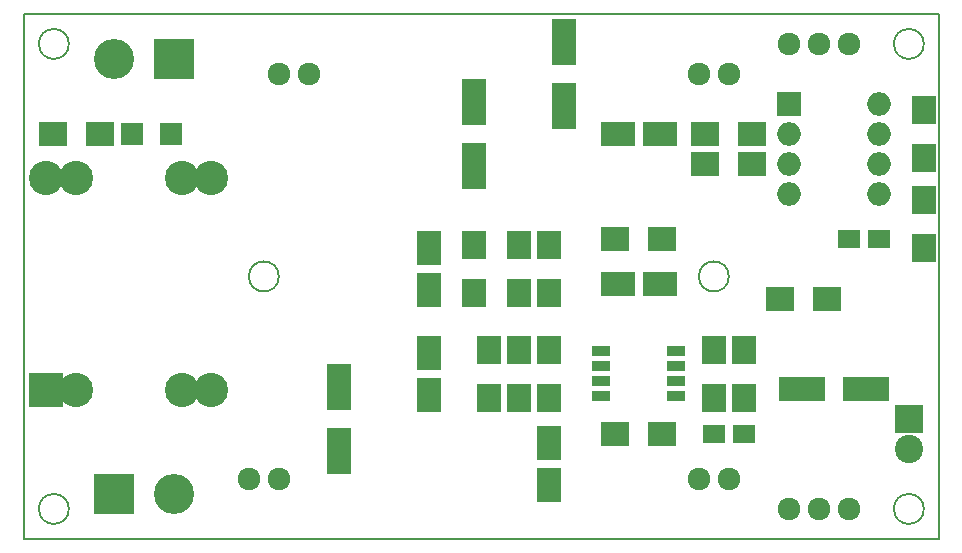
<source format=gbr>
%TF.GenerationSoftware,KiCad,Pcbnew,4.0.7*%
%TF.CreationDate,2018-04-11T16:25:57+03:00*%
%TF.ProjectId,radar_01,72616461725F30312E6B696361645F70,rev?*%
%TF.FileFunction,Soldermask,Top*%
%FSLAX46Y46*%
G04 Gerber Fmt 4.6, Leading zero omitted, Abs format (unit mm)*
G04 Created by KiCad (PCBNEW 4.0.7) date 04/11/18 16:25:57*
%MOMM*%
%LPD*%
G01*
G04 APERTURE LIST*
%ADD10C,0.100000*%
%ADD11C,0.150000*%
%ADD12R,2.100000X2.400000*%
%ADD13C,1.924000*%
%ADD14R,2.000000X3.900000*%
%ADD15R,2.000000X2.400000*%
%ADD16R,1.900000X1.900000*%
%ADD17R,2.400000X2.400000*%
%ADD18C,2.400000*%
%ADD19R,2.400000X2.100000*%
%ADD20R,2.000000X3.000000*%
%ADD21R,3.000000X2.000000*%
%ADD22R,3.900000X2.000000*%
%ADD23R,3.400000X3.400000*%
%ADD24C,3.400000*%
%ADD25R,2.900000X2.900000*%
%ADD26C,2.900000*%
%ADD27R,1.543000X0.908000*%
%ADD28R,2.000000X2.000000*%
%ADD29O,2.000000X2.000000*%
%ADD30R,1.900000X1.650000*%
G04 APERTURE END LIST*
D10*
D11*
X152400000Y-54610000D02*
X227330000Y-54610000D01*
X227330000Y-99060000D02*
X152400000Y-99060000D01*
X152400000Y-99060000D02*
X152400000Y-54610000D01*
X229870000Y-99060000D02*
X227330000Y-99060000D01*
X229870000Y-54610000D02*
X229870000Y-99060000D01*
X227330000Y-54610000D02*
X229870000Y-54610000D01*
X173990000Y-76835000D02*
G75*
G03X173990000Y-76835000I-1270000J0D01*
G01*
X212090000Y-76835000D02*
G75*
G03X212090000Y-76835000I-1270000J0D01*
G01*
X156210000Y-96520000D02*
G75*
G03X156210000Y-96520000I-1270000J0D01*
G01*
X156210000Y-57150000D02*
G75*
G03X156210000Y-57150000I-1270000J0D01*
G01*
X228600000Y-96520000D02*
G75*
G03X228600000Y-96520000I-1270000J0D01*
G01*
X228600000Y-57150000D02*
G75*
G03X228600000Y-57150000I-1270000J0D01*
G01*
D12*
X228600000Y-74390000D03*
X228600000Y-70390000D03*
D13*
X171450000Y-93980000D03*
X173990000Y-93980000D03*
X173990000Y-59690000D03*
X176530000Y-59690000D03*
X209550000Y-93980000D03*
X212090000Y-93980000D03*
X209550000Y-59690000D03*
X212090000Y-59690000D03*
D14*
X190500000Y-67470000D03*
X190500000Y-62070000D03*
D15*
X194310000Y-83090000D03*
X194310000Y-87090000D03*
X194310000Y-74200000D03*
X194310000Y-78200000D03*
X213360000Y-83090000D03*
X213360000Y-87090000D03*
D16*
X164845000Y-64770000D03*
X161545000Y-64770000D03*
D17*
X227330000Y-88900000D03*
D18*
X227330000Y-91440000D03*
D12*
X196850000Y-83090000D03*
X196850000Y-87090000D03*
X191770000Y-83090000D03*
X191770000Y-87090000D03*
X190500000Y-78200000D03*
X190500000Y-74200000D03*
D19*
X206470000Y-90170000D03*
X202470000Y-90170000D03*
X154845000Y-64770000D03*
X158845000Y-64770000D03*
D12*
X196850000Y-74200000D03*
X196850000Y-78200000D03*
X210820000Y-83090000D03*
X210820000Y-87090000D03*
D19*
X210090000Y-67310000D03*
X214090000Y-67310000D03*
X206470000Y-73660000D03*
X202470000Y-73660000D03*
X214090000Y-64770000D03*
X210090000Y-64770000D03*
D12*
X228600000Y-62770000D03*
X228600000Y-66770000D03*
D19*
X216440000Y-78740000D03*
X220440000Y-78740000D03*
D20*
X196850000Y-90910000D03*
X196850000Y-94510000D03*
D14*
X179070000Y-86200000D03*
X179070000Y-91600000D03*
D20*
X186690000Y-83290000D03*
X186690000Y-86890000D03*
X186690000Y-78000000D03*
X186690000Y-74400000D03*
D21*
X206270000Y-64770000D03*
X202670000Y-64770000D03*
X206270000Y-77470000D03*
X202670000Y-77470000D03*
D22*
X223680000Y-86360000D03*
X218280000Y-86360000D03*
D23*
X160020000Y-95250000D03*
D24*
X165100000Y-95250000D03*
D23*
X165100000Y-58420000D03*
D24*
X160020000Y-58420000D03*
D13*
X219710000Y-96520000D03*
X222250000Y-96520000D03*
X217170000Y-96520000D03*
X219710000Y-57150000D03*
X222250000Y-57150000D03*
X217170000Y-57150000D03*
D14*
X198120000Y-56990000D03*
X198120000Y-62390000D03*
D25*
X154290000Y-86470000D03*
D26*
X168290000Y-86470000D03*
X168290000Y-68470000D03*
X154290000Y-68470000D03*
X156790000Y-86470000D03*
X165790000Y-86470000D03*
X165790000Y-68470000D03*
X156790000Y-68470000D03*
D27*
X207645000Y-83185000D03*
X207645000Y-84455000D03*
X207645000Y-85725000D03*
X207645000Y-86995000D03*
X201295000Y-86995000D03*
X201295000Y-85725000D03*
X201295000Y-84455000D03*
X201295000Y-83185000D03*
D28*
X217170000Y-62230000D03*
D29*
X224790000Y-69850000D03*
X217170000Y-64770000D03*
X224790000Y-67310000D03*
X217170000Y-67310000D03*
X224790000Y-64770000D03*
X217170000Y-69850000D03*
X224790000Y-62230000D03*
D30*
X224770000Y-73660000D03*
X222270000Y-73660000D03*
X210840000Y-90170000D03*
X213340000Y-90170000D03*
M02*

</source>
